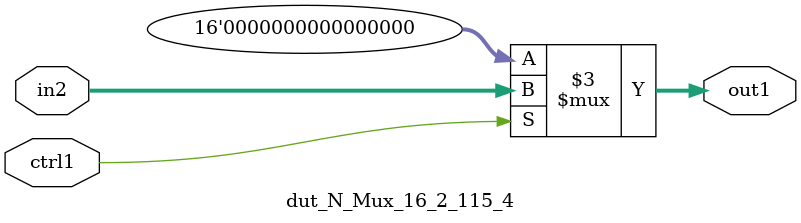
<source format=v>

`timescale 1ps / 1ps


module dut_N_Mux_16_2_115_4( in2, ctrl1, out1 );

    input [15:0] in2;
    input ctrl1;
    output [15:0] out1;
    reg [15:0] out1;

    
    // rtl_process:dut_N_Mux_16_2_115_4/dut_N_Mux_16_2_115_4_thread_1
    always @*
      begin : dut_N_Mux_16_2_115_4_thread_1
        case (ctrl1) 
          1'b1: 
            begin
              out1 = in2;
            end
          default: 
            begin
              out1 = 16'd00000;
            end
        endcase
      end

endmodule



</source>
